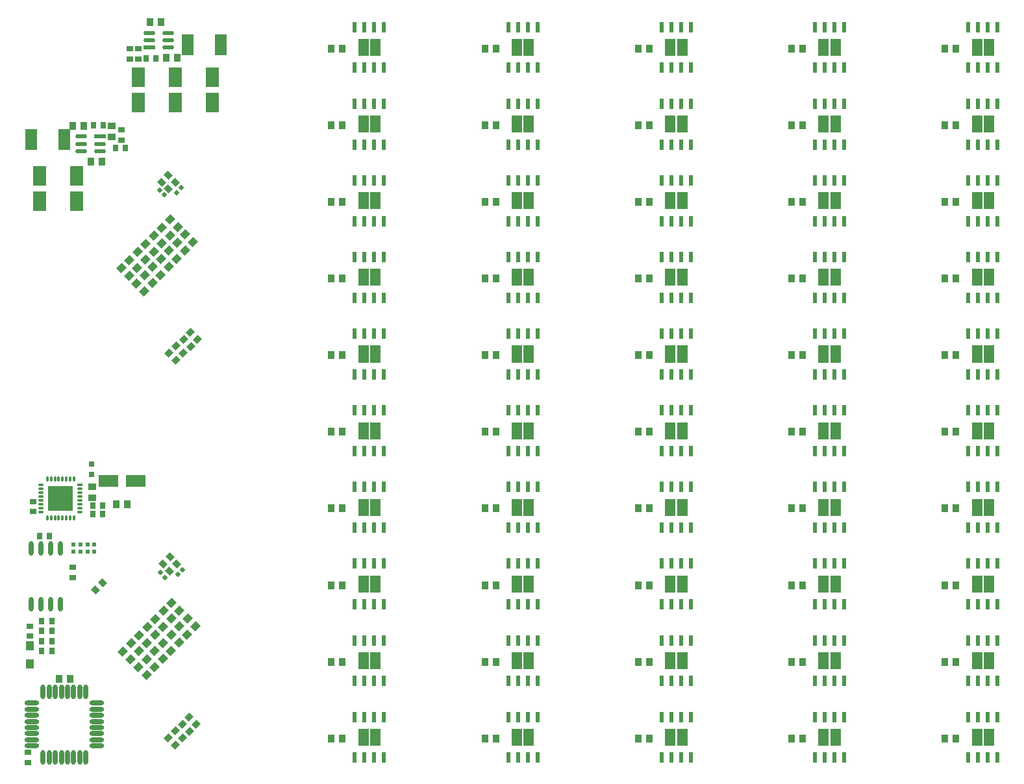
<source format=gbp>
G04*
G04 #@! TF.GenerationSoftware,Altium Limited,Altium Designer,22.10.1 (41)*
G04*
G04 Layer_Color=128*
%FSLAX25Y25*%
%MOIN*%
G70*
G04*
G04 #@! TF.SameCoordinates,C65821A1-17F7-41E3-85A7-462E8C27BB40*
G04*
G04*
G04 #@! TF.FilePolarity,Positive*
G04*
G01*
G75*
%ADD10R,0.03347X0.02953*%
%ADD16P,0.03062X4X270.0*%
G04:AMPARAMS|DCode=17|XSize=41.34mil|YSize=37.4mil|CornerRadius=0mil|HoleSize=0mil|Usage=FLASHONLY|Rotation=45.000|XOffset=0mil|YOffset=0mil|HoleType=Round|Shape=Rectangle|*
%AMROTATEDRECTD17*
4,1,4,-0.00139,-0.02784,-0.02784,-0.00139,0.00139,0.02784,0.02784,0.00139,-0.00139,-0.02784,0.0*
%
%ADD17ROTATEDRECTD17*%

G04:AMPARAMS|DCode=19|XSize=33.47mil|YSize=29.53mil|CornerRadius=0mil|HoleSize=0mil|Usage=FLASHONLY|Rotation=315.000|XOffset=0mil|YOffset=0mil|HoleType=Round|Shape=Rectangle|*
%AMROTATEDRECTD19*
4,1,4,-0.02227,0.00139,-0.00139,0.02227,0.02227,-0.00139,0.00139,-0.02227,-0.02227,0.00139,0.0*
%
%ADD19ROTATEDRECTD19*%

%ADD20R,0.04134X0.03740*%
G04:AMPARAMS|DCode=22|XSize=33.47mil|YSize=29.53mil|CornerRadius=0mil|HoleSize=0mil|Usage=FLASHONLY|Rotation=45.000|XOffset=0mil|YOffset=0mil|HoleType=Round|Shape=Rectangle|*
%AMROTATEDRECTD22*
4,1,4,-0.00139,-0.02227,-0.02227,-0.00139,0.00139,0.02227,0.02227,0.00139,-0.00139,-0.02227,0.0*
%
%ADD22ROTATEDRECTD22*%

%ADD24R,0.03740X0.04134*%
%ADD66R,0.12992X0.12992*%
G04:AMPARAMS|DCode=67|XSize=11.81mil|YSize=29.53mil|CornerRadius=5.91mil|HoleSize=0mil|Usage=FLASHONLY|Rotation=180.000|XOffset=0mil|YOffset=0mil|HoleType=Round|Shape=RoundedRectangle|*
%AMROUNDEDRECTD67*
21,1,0.01181,0.01772,0,0,180.0*
21,1,0.00000,0.02953,0,0,180.0*
1,1,0.01181,0.00000,0.00886*
1,1,0.01181,0.00000,0.00886*
1,1,0.01181,0.00000,-0.00886*
1,1,0.01181,0.00000,-0.00886*
%
%ADD67ROUNDEDRECTD67*%
G04:AMPARAMS|DCode=68|XSize=29.53mil|YSize=11.81mil|CornerRadius=5.91mil|HoleSize=0mil|Usage=FLASHONLY|Rotation=180.000|XOffset=0mil|YOffset=0mil|HoleType=Round|Shape=RoundedRectangle|*
%AMROUNDEDRECTD68*
21,1,0.02953,0.00000,0,0,180.0*
21,1,0.01772,0.01181,0,0,180.0*
1,1,0.01181,-0.00886,0.00000*
1,1,0.01181,0.00886,0.00000*
1,1,0.01181,0.00886,0.00000*
1,1,0.01181,-0.00886,0.00000*
%
%ADD68ROUNDEDRECTD68*%
%ADD69R,0.02953X0.01181*%
%ADD70R,0.07087X0.10236*%
%ADD71O,0.02362X0.07677*%
%ADD72O,0.07677X0.02362*%
%ADD73R,0.04331X0.04921*%
%ADD74R,0.02165X0.02165*%
%ADD75R,0.10236X0.06299*%
%ADD76R,0.02953X0.03347*%
%ADD77O,0.02559X0.07480*%
%ADD78P,0.03062X4X360.0*%
%ADD79R,0.05906X0.11024*%
%ADD80R,0.06062X0.02228*%
G04:AMPARAMS|DCode=81|XSize=60.62mil|YSize=22.28mil|CornerRadius=11.14mil|HoleSize=0mil|Usage=FLASHONLY|Rotation=180.000|XOffset=0mil|YOffset=0mil|HoleType=Round|Shape=RoundedRectangle|*
%AMROUNDEDRECTD81*
21,1,0.06062,0.00000,0,0,180.0*
21,1,0.03834,0.02228,0,0,180.0*
1,1,0.02228,-0.01917,0.00000*
1,1,0.02228,0.01917,0.00000*
1,1,0.02228,0.01917,0.00000*
1,1,0.02228,-0.01917,0.00000*
%
%ADD81ROUNDEDRECTD81*%
%ADD82R,0.02756X0.02756*%
%ADD83R,0.02097X0.05528*%
G36*
X185889Y172929D02*
X180577D01*
Y181642D01*
X185889D01*
Y172929D01*
D02*
G37*
G36*
X179789D02*
X174477D01*
Y181642D01*
X179789D01*
Y172929D01*
D02*
G37*
G36*
X337270Y172929D02*
X331957D01*
Y181642D01*
X337270D01*
Y172929D01*
D02*
G37*
G36*
X264630D02*
X259317D01*
Y181642D01*
X264630D01*
Y172929D01*
D02*
G37*
G36*
X258530D02*
X253217D01*
Y181642D01*
X258530D01*
Y172929D01*
D02*
G37*
G36*
X185889Y133559D02*
X180577D01*
Y142272D01*
X185889D01*
Y133559D01*
D02*
G37*
G36*
X179789D02*
X174477D01*
Y142272D01*
X179789D01*
Y133559D01*
D02*
G37*
G36*
X337270Y133559D02*
X331957D01*
Y142272D01*
X337270D01*
Y133559D01*
D02*
G37*
G36*
X264630D02*
X259317D01*
Y142272D01*
X264630D01*
Y133559D01*
D02*
G37*
G36*
X258530D02*
X253217D01*
Y142272D01*
X258530D01*
Y133559D01*
D02*
G37*
G36*
X185889Y94189D02*
X180577D01*
Y102902D01*
X185889D01*
Y94189D01*
D02*
G37*
G36*
X179789D02*
X174477D01*
Y102902D01*
X179789D01*
Y94189D01*
D02*
G37*
G36*
X337270Y94189D02*
X331957D01*
Y102902D01*
X337270D01*
Y94189D01*
D02*
G37*
G36*
X264630D02*
X259317D01*
Y102902D01*
X264630D01*
Y94189D01*
D02*
G37*
G36*
X258530D02*
X253217D01*
Y102902D01*
X258530D01*
Y94189D01*
D02*
G37*
G36*
X337270Y54819D02*
X331957D01*
Y63532D01*
X337270D01*
Y54819D01*
D02*
G37*
G36*
X185889Y54819D02*
X180577D01*
Y63532D01*
X185889D01*
Y54819D01*
D02*
G37*
G36*
X179789D02*
X174477D01*
Y63532D01*
X179789D01*
Y54819D01*
D02*
G37*
G36*
X264630Y54819D02*
X259317D01*
Y63532D01*
X264630D01*
Y54819D01*
D02*
G37*
G36*
X258530D02*
X253217D01*
Y63532D01*
X258530D01*
Y54819D01*
D02*
G37*
G36*
X185889Y15449D02*
X180577D01*
Y24161D01*
X185889D01*
Y15449D01*
D02*
G37*
G36*
X179789D02*
X174477D01*
Y24161D01*
X179789D01*
Y15449D01*
D02*
G37*
G36*
X337270Y15449D02*
X331957D01*
Y24161D01*
X337270D01*
Y15449D01*
D02*
G37*
G36*
X264630D02*
X259317D01*
Y24161D01*
X264630D01*
Y15449D01*
D02*
G37*
G36*
X258530D02*
X253217D01*
Y24161D01*
X258530D01*
Y15449D01*
D02*
G37*
G36*
X500850Y172929D02*
X495538D01*
Y181642D01*
X500850D01*
Y172929D01*
D02*
G37*
G36*
X494750D02*
X489437D01*
Y181642D01*
X494750D01*
Y172929D01*
D02*
G37*
G36*
X422110D02*
X416797D01*
Y181642D01*
X422110D01*
Y172929D01*
D02*
G37*
G36*
X416010D02*
X410697D01*
Y181642D01*
X416010D01*
Y172929D01*
D02*
G37*
G36*
X343370D02*
X338057D01*
Y181642D01*
X343370D01*
Y172929D01*
D02*
G37*
G36*
X500850Y133559D02*
X495538D01*
Y142272D01*
X500850D01*
Y133559D01*
D02*
G37*
G36*
X494750D02*
X489437D01*
Y142272D01*
X494750D01*
Y133559D01*
D02*
G37*
G36*
X422110D02*
X416797D01*
Y142272D01*
X422110D01*
Y133559D01*
D02*
G37*
G36*
X416010D02*
X410697D01*
Y142272D01*
X416010D01*
Y133559D01*
D02*
G37*
G36*
X343370D02*
X338057D01*
Y142272D01*
X343370D01*
Y133559D01*
D02*
G37*
G36*
X500850Y94189D02*
X495538D01*
Y102902D01*
X500850D01*
Y94189D01*
D02*
G37*
G36*
X494750D02*
X489437D01*
Y102902D01*
X494750D01*
Y94189D01*
D02*
G37*
G36*
X422110D02*
X416797D01*
Y102902D01*
X422110D01*
Y94189D01*
D02*
G37*
G36*
X416010D02*
X410697D01*
Y102902D01*
X416010D01*
Y94189D01*
D02*
G37*
G36*
X343370D02*
X338057D01*
Y102902D01*
X343370D01*
Y94189D01*
D02*
G37*
G36*
Y54819D02*
X338057D01*
Y63532D01*
X343370D01*
Y54819D01*
D02*
G37*
G36*
X500850Y54819D02*
X495538D01*
Y63532D01*
X500850D01*
Y54819D01*
D02*
G37*
G36*
X494750D02*
X489437D01*
Y63532D01*
X494750D01*
Y54819D01*
D02*
G37*
G36*
X422110D02*
X416797D01*
Y63532D01*
X422110D01*
Y54819D01*
D02*
G37*
G36*
X416010D02*
X410697D01*
Y63532D01*
X416010D01*
Y54819D01*
D02*
G37*
G36*
X500850Y15449D02*
X495538D01*
Y24161D01*
X500850D01*
Y15449D01*
D02*
G37*
G36*
X494750D02*
X489437D01*
Y24161D01*
X494750D01*
Y15449D01*
D02*
G37*
G36*
X422110D02*
X416797D01*
Y24161D01*
X422110D01*
Y15449D01*
D02*
G37*
G36*
X416010D02*
X410697D01*
Y24161D01*
X416010D01*
Y15449D01*
D02*
G37*
G36*
X343370D02*
X338057D01*
Y24161D01*
X343370D01*
Y15449D01*
D02*
G37*
G36*
X185889Y369780D02*
X180577D01*
Y378492D01*
X185889D01*
Y369780D01*
D02*
G37*
G36*
X179789D02*
X174477D01*
Y378492D01*
X179789D01*
Y369780D01*
D02*
G37*
G36*
X337270Y369780D02*
X331957D01*
Y378492D01*
X337270D01*
Y369780D01*
D02*
G37*
G36*
X264630D02*
X259317D01*
Y378492D01*
X264630D01*
Y369780D01*
D02*
G37*
G36*
X258530D02*
X253217D01*
Y378492D01*
X258530D01*
Y369780D01*
D02*
G37*
G36*
X185889Y330410D02*
X180577D01*
Y339122D01*
X185889D01*
Y330410D01*
D02*
G37*
G36*
X179789D02*
X174477D01*
Y339122D01*
X179789D01*
Y330410D01*
D02*
G37*
G36*
X337270Y330410D02*
X331957D01*
Y339122D01*
X337270D01*
Y330410D01*
D02*
G37*
G36*
X264630D02*
X259317D01*
Y339122D01*
X264630D01*
Y330410D01*
D02*
G37*
G36*
X258530D02*
X253217D01*
Y339122D01*
X258530D01*
Y330410D01*
D02*
G37*
G36*
X185889Y291039D02*
X180577D01*
Y299752D01*
X185889D01*
Y291039D01*
D02*
G37*
G36*
X179789D02*
X174477D01*
Y299752D01*
X179789D01*
Y291039D01*
D02*
G37*
G36*
X337270Y291039D02*
X331957D01*
Y299752D01*
X337270D01*
Y291039D01*
D02*
G37*
G36*
X264630D02*
X259317D01*
Y299752D01*
X264630D01*
Y291039D01*
D02*
G37*
G36*
X258530D02*
X253217D01*
Y299752D01*
X258530D01*
Y291039D01*
D02*
G37*
G36*
X185889Y251669D02*
X180577D01*
Y260382D01*
X185889D01*
Y251669D01*
D02*
G37*
G36*
X179789D02*
X174477D01*
Y260382D01*
X179789D01*
Y251669D01*
D02*
G37*
G36*
X337270Y251669D02*
X331957D01*
Y260382D01*
X337270D01*
Y251669D01*
D02*
G37*
G36*
X264630D02*
X259317D01*
Y260382D01*
X264630D01*
Y251669D01*
D02*
G37*
G36*
X258530D02*
X253217D01*
Y260382D01*
X258530D01*
Y251669D01*
D02*
G37*
G36*
X185889Y212299D02*
X180577D01*
Y221012D01*
X185889D01*
Y212299D01*
D02*
G37*
G36*
X179789D02*
X174477D01*
Y221012D01*
X179789D01*
Y212299D01*
D02*
G37*
G36*
X337270Y212299D02*
X331957D01*
Y221012D01*
X337270D01*
Y212299D01*
D02*
G37*
G36*
X264630D02*
X259317D01*
Y221012D01*
X264630D01*
Y212299D01*
D02*
G37*
G36*
X258530D02*
X253217D01*
Y221012D01*
X258530D01*
Y212299D01*
D02*
G37*
G36*
X500850Y369780D02*
X495538D01*
Y378492D01*
X500850D01*
Y369780D01*
D02*
G37*
G36*
X494750D02*
X489437D01*
Y378492D01*
X494750D01*
Y369780D01*
D02*
G37*
G36*
X422110D02*
X416797D01*
X416797Y378492D01*
X422110Y378492D01*
Y369780D01*
D02*
G37*
G36*
X416010D02*
X410697D01*
Y378492D01*
X416010D01*
Y369780D01*
D02*
G37*
G36*
X343370D02*
X338057D01*
Y378492D01*
X343370D01*
Y369780D01*
D02*
G37*
G36*
X500850Y330410D02*
X495538D01*
Y339122D01*
X500850D01*
Y330410D01*
D02*
G37*
G36*
X494750D02*
X489437D01*
Y339122D01*
X494750D01*
Y330410D01*
D02*
G37*
G36*
X422110D02*
X416797D01*
Y339122D01*
X422110D01*
Y330410D01*
D02*
G37*
G36*
X416010D02*
X410697D01*
Y339122D01*
X416010D01*
Y330410D01*
D02*
G37*
G36*
X343370D02*
X338057D01*
Y339122D01*
X343370D01*
Y330410D01*
D02*
G37*
G36*
X500850Y291039D02*
X495538D01*
Y299752D01*
X500850D01*
Y291039D01*
D02*
G37*
G36*
X494750D02*
X489437D01*
Y299752D01*
X494750D01*
Y291039D01*
D02*
G37*
G36*
X422110D02*
X416797D01*
Y299752D01*
X422110D01*
Y291039D01*
D02*
G37*
G36*
X416010D02*
X410697D01*
Y299752D01*
X416010D01*
Y291039D01*
D02*
G37*
G36*
X343370D02*
X338057D01*
Y299752D01*
X343370D01*
Y291039D01*
D02*
G37*
G36*
X500850Y251669D02*
X495538D01*
Y260382D01*
X500850D01*
Y251669D01*
D02*
G37*
G36*
X494750D02*
X489437D01*
Y260382D01*
X494750D01*
Y251669D01*
D02*
G37*
G36*
X422110D02*
X416797D01*
Y260382D01*
X422110D01*
Y251669D01*
D02*
G37*
G36*
X416010D02*
X410697D01*
Y260382D01*
X416010D01*
Y251669D01*
D02*
G37*
G36*
X343370D02*
X338057D01*
Y260382D01*
X343370D01*
Y251669D01*
D02*
G37*
G36*
X500850Y212299D02*
X495538D01*
Y221012D01*
X500850D01*
Y212299D01*
D02*
G37*
G36*
X494750D02*
X489437D01*
Y221012D01*
X494750D01*
Y212299D01*
D02*
G37*
G36*
X422110D02*
X416797D01*
Y221012D01*
X422110D01*
Y212299D01*
D02*
G37*
G36*
X416010D02*
X410697D01*
Y221012D01*
X416010D01*
Y212299D01*
D02*
G37*
G36*
X343370D02*
X338057D01*
Y221012D01*
X343370D01*
Y212299D01*
D02*
G37*
D10*
X5906Y71850D02*
D03*
Y76968D02*
D03*
X27953Y101969D02*
D03*
Y107087D02*
D03*
X52756Y326575D02*
D03*
Y331693D02*
D03*
X7677Y140945D02*
D03*
Y135827D02*
D03*
X4724Y6890D02*
D03*
Y12008D02*
D03*
X61417Y368307D02*
D03*
Y373425D02*
D03*
X57087Y368307D02*
D03*
Y373425D02*
D03*
D16*
X72369Y300859D02*
D03*
X74875Y298354D02*
D03*
X72763Y104402D02*
D03*
X75269Y101897D02*
D03*
D17*
X65714Y51751D02*
D03*
X61677Y55787D02*
D03*
X69890Y55927D02*
D03*
X65853Y59963D02*
D03*
X74066Y60102D02*
D03*
X70029Y64139D02*
D03*
X78241Y64278D02*
D03*
X74205Y68315D02*
D03*
X82417Y68454D02*
D03*
X78381Y72491D02*
D03*
X86593Y72630D02*
D03*
X82556Y76667D02*
D03*
X90769Y76806D02*
D03*
X86732Y80842D02*
D03*
X78659Y88916D02*
D03*
X82696Y84879D02*
D03*
X74483Y84740D02*
D03*
X78520Y80703D02*
D03*
X70307Y80564D02*
D03*
X74344Y76527D02*
D03*
X66132Y76388D02*
D03*
X70168Y72352D02*
D03*
X61956Y72212D02*
D03*
X65992Y68176D02*
D03*
X57780Y68037D02*
D03*
X61817Y64000D02*
D03*
X53604Y63861D02*
D03*
X57641Y59824D02*
D03*
X64578Y248949D02*
D03*
X60542Y252986D02*
D03*
X68754Y253125D02*
D03*
X64718Y257162D02*
D03*
X72930Y257301D02*
D03*
X68893Y261337D02*
D03*
X77106Y261477D02*
D03*
X73069Y265513D02*
D03*
X81282Y265652D02*
D03*
X77245Y269689D02*
D03*
X85458Y269828D02*
D03*
X81421Y273865D02*
D03*
X89634Y274004D02*
D03*
X85597Y278041D02*
D03*
X77872Y285766D02*
D03*
X81908Y281729D02*
D03*
X73696Y281590D02*
D03*
X77732Y277554D02*
D03*
X69520Y277414D02*
D03*
X73557Y273378D02*
D03*
X65344Y273239D02*
D03*
X69381Y269202D02*
D03*
X61168Y269063D02*
D03*
X65205Y265026D02*
D03*
X56992Y264887D02*
D03*
X61029Y260850D02*
D03*
X52817Y260711D02*
D03*
X56853Y256675D02*
D03*
D19*
X43281Y99087D02*
D03*
X39661Y95468D02*
D03*
X73387Y304883D02*
D03*
X77006Y308502D02*
D03*
X76931Y301340D02*
D03*
X80550Y304959D02*
D03*
X77559Y105118D02*
D03*
X81178Y108737D02*
D03*
X74175Y108820D02*
D03*
X77794Y112440D02*
D03*
D20*
X48031Y328248D02*
D03*
X48031Y333957D02*
D03*
X37992Y148524D02*
D03*
X37992Y142815D02*
D03*
D22*
X80943Y213545D02*
D03*
X77324Y217164D02*
D03*
X91967Y224175D02*
D03*
X88348Y227794D02*
D03*
X84487Y217088D02*
D03*
X80868Y220707D02*
D03*
X88424Y220631D02*
D03*
X84805Y224251D02*
D03*
X80550Y15907D02*
D03*
X76931Y19526D02*
D03*
X84093Y19450D02*
D03*
X80474Y23069D02*
D03*
X87750Y22882D02*
D03*
X84131Y26501D02*
D03*
X91180Y26537D02*
D03*
X87561Y30156D02*
D03*
D24*
X55807Y139370D02*
D03*
X50098D02*
D03*
X27953Y333858D02*
D03*
X33661D02*
D03*
X43012Y315354D02*
D03*
X37303D02*
D03*
X26457Y49953D02*
D03*
X20748Y49953D02*
D03*
X73327Y387008D02*
D03*
X67618D02*
D03*
X81595Y368898D02*
D03*
X75886D02*
D03*
X166364Y19246D02*
D03*
X160656D02*
D03*
X245105Y19246D02*
D03*
X239396D02*
D03*
X323845D02*
D03*
X318136D02*
D03*
X396876D02*
D03*
X402585D02*
D03*
X481325D02*
D03*
X475616D02*
D03*
X166364Y58616D02*
D03*
X160656D02*
D03*
X245105Y58616D02*
D03*
X239396D02*
D03*
X318136Y58616D02*
D03*
X323845D02*
D03*
X402585Y58616D02*
D03*
X396876D02*
D03*
X481325D02*
D03*
X475616D02*
D03*
X166364Y97986D02*
D03*
X160656D02*
D03*
X245105Y97986D02*
D03*
X239396D02*
D03*
X323845D02*
D03*
X318136D02*
D03*
X402585D02*
D03*
X396876D02*
D03*
X481325D02*
D03*
X475616D02*
D03*
X166364Y137356D02*
D03*
X160656D02*
D03*
X245105Y137356D02*
D03*
X239396D02*
D03*
X323845D02*
D03*
X318136D02*
D03*
X402585D02*
D03*
X396876D02*
D03*
X481325D02*
D03*
X475616D02*
D03*
X166364Y176726D02*
D03*
X160656D02*
D03*
X245105Y176726D02*
D03*
X239396D02*
D03*
X318136D02*
D03*
X323845D02*
D03*
X396876D02*
D03*
X402585D02*
D03*
X475616D02*
D03*
X481325D02*
D03*
X166364Y216096D02*
D03*
X160656D02*
D03*
X245105Y216096D02*
D03*
X239396D02*
D03*
X323845D02*
D03*
X318136D02*
D03*
X402585D02*
D03*
X396876D02*
D03*
X481325D02*
D03*
X475616D02*
D03*
X166364Y255466D02*
D03*
X160656D02*
D03*
X245104Y255466D02*
D03*
X239396D02*
D03*
X323845D02*
D03*
X318136D02*
D03*
X402585D02*
D03*
X396876D02*
D03*
X481325D02*
D03*
X475616D02*
D03*
X160656Y294836D02*
D03*
X166364D02*
D03*
X239396Y294836D02*
D03*
X245105D02*
D03*
X318136D02*
D03*
X323845D02*
D03*
X396876D02*
D03*
X402585D02*
D03*
X475616D02*
D03*
X481325D02*
D03*
X166364Y334206D02*
D03*
X160656D02*
D03*
X239396Y334206D02*
D03*
X245105D02*
D03*
X323845D02*
D03*
X318136D02*
D03*
X402585D02*
D03*
X396876D02*
D03*
X481325D02*
D03*
X475616D02*
D03*
X166364Y373576D02*
D03*
X160656D02*
D03*
X245105Y373576D02*
D03*
X239396D02*
D03*
X323845D02*
D03*
X318136D02*
D03*
X396876D02*
D03*
X402585D02*
D03*
X481325D02*
D03*
X475616D02*
D03*
D66*
X21654Y142520D02*
D03*
D67*
X28543Y152559D02*
D03*
X26575D02*
D03*
X24606Y152559D02*
D03*
X22638Y152559D02*
D03*
X20669D02*
D03*
X18701Y152559D02*
D03*
X16732Y152559D02*
D03*
X14764D02*
D03*
Y132480D02*
D03*
X16732Y132480D02*
D03*
X18701D02*
D03*
X20669Y132480D02*
D03*
X22638D02*
D03*
X24606Y132480D02*
D03*
X26575D02*
D03*
X28543D02*
D03*
D68*
X11614Y149409D02*
D03*
Y147441D02*
D03*
X11614Y145472D02*
D03*
Y143504D02*
D03*
Y141535D02*
D03*
Y139567D02*
D03*
Y137598D02*
D03*
Y135630D02*
D03*
X31693Y135630D02*
D03*
Y137598D02*
D03*
X31693Y139567D02*
D03*
X31693Y141535D02*
D03*
Y143504D02*
D03*
Y145472D02*
D03*
X31693Y147441D02*
D03*
D69*
Y149409D02*
D03*
D70*
X61614Y345866D02*
D03*
X61614Y358858D02*
D03*
X80512Y345866D02*
D03*
X80512Y358858D02*
D03*
X99409Y345866D02*
D03*
X99409Y358858D02*
D03*
X11024Y295276D02*
D03*
X11024Y308268D02*
D03*
X29921Y295276D02*
D03*
X29921Y308268D02*
D03*
D71*
X34646Y9646D02*
D03*
X31496Y9646D02*
D03*
X28346D02*
D03*
X25197Y9646D02*
D03*
X22047Y9646D02*
D03*
X18898Y9646D02*
D03*
X15748D02*
D03*
X12598D02*
D03*
X12598Y43110D02*
D03*
X15748D02*
D03*
X18898D02*
D03*
X22047Y43110D02*
D03*
X25197D02*
D03*
X28346D02*
D03*
X31496Y43110D02*
D03*
X34646D02*
D03*
D72*
X6890Y15354D02*
D03*
Y18504D02*
D03*
Y21654D02*
D03*
Y24803D02*
D03*
Y27953D02*
D03*
X6890Y31102D02*
D03*
X6890Y34252D02*
D03*
Y37402D02*
D03*
X40354Y37402D02*
D03*
Y34252D02*
D03*
Y31102D02*
D03*
Y27953D02*
D03*
Y24803D02*
D03*
Y21654D02*
D03*
Y18504D02*
D03*
Y15354D02*
D03*
D73*
X5906Y57579D02*
D03*
Y66831D02*
D03*
D74*
X38976Y115157D02*
D03*
Y118701D02*
D03*
X28346Y115157D02*
D03*
Y118701D02*
D03*
X31890Y115157D02*
D03*
Y118701D02*
D03*
X35433Y115157D02*
D03*
Y118701D02*
D03*
D75*
X46063Y151575D02*
D03*
X60236D02*
D03*
D76*
X12008Y79528D02*
D03*
X17126D02*
D03*
X12008Y69291D02*
D03*
X17126D02*
D03*
X12008Y74410D02*
D03*
X17126D02*
D03*
X12008Y64173D02*
D03*
X17126D02*
D03*
X49803Y322441D02*
D03*
X54921D02*
D03*
X43504Y334252D02*
D03*
X38386D02*
D03*
X10827Y123031D02*
D03*
X15945D02*
D03*
X43307Y138976D02*
D03*
X38189Y138976D02*
D03*
X43307Y134646D02*
D03*
X38189D02*
D03*
X70669Y368504D02*
D03*
X65551D02*
D03*
D77*
X21673Y88189D02*
D03*
X16673D02*
D03*
X11673D02*
D03*
X6673D02*
D03*
X21673Y116929D02*
D03*
X16673D02*
D03*
X11673D02*
D03*
X6673D02*
D03*
D78*
X83608Y302112D02*
D03*
X81102Y299606D02*
D03*
X84324Y105977D02*
D03*
X81818Y103472D02*
D03*
D79*
X6496Y326772D02*
D03*
X23425D02*
D03*
X86811Y375591D02*
D03*
X103740D02*
D03*
D80*
X41854Y328346D02*
D03*
X67323Y374016D02*
D03*
D81*
X41854Y324606D02*
D03*
Y320866D02*
D03*
X32283D02*
D03*
Y324606D02*
D03*
Y328346D02*
D03*
X76894Y374016D02*
D03*
Y377756D02*
D03*
Y381496D02*
D03*
X67323Y381496D02*
D03*
Y377756D02*
D03*
D82*
X37598Y160236D02*
D03*
Y154724D02*
D03*
D83*
X187683Y9341D02*
D03*
X182683D02*
D03*
X177683D02*
D03*
X172683D02*
D03*
Y30269D02*
D03*
X177683D02*
D03*
X182683D02*
D03*
X187683D02*
D03*
X266423Y9341D02*
D03*
X261423D02*
D03*
X256423D02*
D03*
X251423D02*
D03*
Y30269D02*
D03*
X256423D02*
D03*
X261423D02*
D03*
X266423D02*
D03*
X345163Y9341D02*
D03*
X340163D02*
D03*
X335163D02*
D03*
X330164D02*
D03*
Y30269D02*
D03*
X335163D02*
D03*
X340163D02*
D03*
X345163D02*
D03*
X423904D02*
D03*
X418904D02*
D03*
X413904D02*
D03*
X408904D02*
D03*
Y9341D02*
D03*
X413904D02*
D03*
X418904D02*
D03*
X423904D02*
D03*
X502644D02*
D03*
X497644D02*
D03*
X492644D02*
D03*
X487644D02*
D03*
Y30269D02*
D03*
X492644D02*
D03*
X497644D02*
D03*
X502644D02*
D03*
X187683Y48711D02*
D03*
X182683D02*
D03*
X177683D02*
D03*
X172683D02*
D03*
Y69639D02*
D03*
X177683D02*
D03*
X182683D02*
D03*
X187683D02*
D03*
X266423Y48711D02*
D03*
X261423D02*
D03*
X256423D02*
D03*
X251423D02*
D03*
Y69639D02*
D03*
X256423D02*
D03*
X261423D02*
D03*
X266423D02*
D03*
X345163Y69639D02*
D03*
X340163D02*
D03*
X335163D02*
D03*
X330164D02*
D03*
Y48711D02*
D03*
X335163D02*
D03*
X340163D02*
D03*
X345163D02*
D03*
X423904Y48711D02*
D03*
X418904D02*
D03*
X413904D02*
D03*
X408904D02*
D03*
Y69639D02*
D03*
X413904D02*
D03*
X418904D02*
D03*
X423904D02*
D03*
X502644Y48711D02*
D03*
X497644D02*
D03*
X492644D02*
D03*
X487644D02*
D03*
Y69639D02*
D03*
X492644D02*
D03*
X497644D02*
D03*
X502644D02*
D03*
X187683Y88081D02*
D03*
X182683D02*
D03*
X177683D02*
D03*
X172683D02*
D03*
Y109009D02*
D03*
X177683D02*
D03*
X182683D02*
D03*
X187683D02*
D03*
X266423Y88081D02*
D03*
X261423D02*
D03*
X256423D02*
D03*
X251423D02*
D03*
Y109009D02*
D03*
X256423D02*
D03*
X261423D02*
D03*
X266423D02*
D03*
X345163Y88081D02*
D03*
X340163D02*
D03*
X335163D02*
D03*
X330164D02*
D03*
Y109009D02*
D03*
X335163D02*
D03*
X340163D02*
D03*
X345163D02*
D03*
X423904Y88081D02*
D03*
X418904D02*
D03*
X413904D02*
D03*
X408904D02*
D03*
Y109009D02*
D03*
X413904D02*
D03*
X418904D02*
D03*
X423904D02*
D03*
X502644Y88081D02*
D03*
X497644D02*
D03*
X492644D02*
D03*
X487644D02*
D03*
Y109009D02*
D03*
X492644D02*
D03*
X497644D02*
D03*
X502644D02*
D03*
X187683Y127452D02*
D03*
X182683D02*
D03*
X177683D02*
D03*
X172683D02*
D03*
Y148380D02*
D03*
X177683D02*
D03*
X182683D02*
D03*
X187683D02*
D03*
X266423Y127452D02*
D03*
X261423D02*
D03*
X256423D02*
D03*
X251423D02*
D03*
Y148379D02*
D03*
X256423D02*
D03*
X261423D02*
D03*
X266423D02*
D03*
X345163Y127452D02*
D03*
X340163D02*
D03*
X335163D02*
D03*
X330164D02*
D03*
Y148379D02*
D03*
X335163D02*
D03*
X340163D02*
D03*
X345163D02*
D03*
X423904Y127452D02*
D03*
X418904D02*
D03*
X413904D02*
D03*
X408904D02*
D03*
Y148379D02*
D03*
X413904D02*
D03*
X418904D02*
D03*
X423904D02*
D03*
X502644Y127452D02*
D03*
X497644D02*
D03*
X492644D02*
D03*
X487644D02*
D03*
Y148379D02*
D03*
X492644D02*
D03*
X497644D02*
D03*
X502644D02*
D03*
X187683Y166822D02*
D03*
X182683D02*
D03*
X177683D02*
D03*
X172683D02*
D03*
Y187750D02*
D03*
X177683D02*
D03*
X182683D02*
D03*
X187683D02*
D03*
X266423Y166822D02*
D03*
X261423D02*
D03*
X256423D02*
D03*
X251423D02*
D03*
Y187750D02*
D03*
X256423D02*
D03*
X261423D02*
D03*
X266423D02*
D03*
X345163D02*
D03*
X340163D02*
D03*
X335163D02*
D03*
X330164D02*
D03*
Y166822D02*
D03*
X335163D02*
D03*
X340163D02*
D03*
X345163D02*
D03*
X423904Y187750D02*
D03*
X418904D02*
D03*
X413904D02*
D03*
X408904D02*
D03*
Y166822D02*
D03*
X413904D02*
D03*
X418904D02*
D03*
X423904D02*
D03*
X502644Y187750D02*
D03*
X497644D02*
D03*
X492644D02*
D03*
X487644D02*
D03*
Y166822D02*
D03*
X492644D02*
D03*
X497644D02*
D03*
X502644D02*
D03*
X187683Y206192D02*
D03*
X182683D02*
D03*
X177683D02*
D03*
X172683D02*
D03*
Y227120D02*
D03*
X177683D02*
D03*
X182683D02*
D03*
X187683D02*
D03*
X266423Y206192D02*
D03*
X261423D02*
D03*
X256423D02*
D03*
X251423D02*
D03*
Y227120D02*
D03*
X256423D02*
D03*
X261423D02*
D03*
X266423D02*
D03*
X345163Y206192D02*
D03*
X340163D02*
D03*
X335163D02*
D03*
X330164D02*
D03*
Y227120D02*
D03*
X335163D02*
D03*
X340163D02*
D03*
X345163D02*
D03*
X423904Y206192D02*
D03*
X418904D02*
D03*
X413904D02*
D03*
X408904D02*
D03*
Y227120D02*
D03*
X413904D02*
D03*
X418904D02*
D03*
X423904D02*
D03*
X502644Y206192D02*
D03*
X497644D02*
D03*
X492644D02*
D03*
X487644D02*
D03*
Y227120D02*
D03*
X492644D02*
D03*
X497644D02*
D03*
X502644D02*
D03*
X187683Y245562D02*
D03*
X182683D02*
D03*
X177683D02*
D03*
X172683D02*
D03*
Y266490D02*
D03*
X177683D02*
D03*
X182683D02*
D03*
X187683D02*
D03*
X266423Y245562D02*
D03*
X261423D02*
D03*
X256423D02*
D03*
X251423D02*
D03*
Y266490D02*
D03*
X256423D02*
D03*
X261423D02*
D03*
X266423D02*
D03*
X345163Y245562D02*
D03*
X340163D02*
D03*
X335163D02*
D03*
X330164D02*
D03*
Y266490D02*
D03*
X335163D02*
D03*
X340163D02*
D03*
X345163D02*
D03*
X423904Y245562D02*
D03*
X418904D02*
D03*
X413904D02*
D03*
X408904D02*
D03*
Y266490D02*
D03*
X413904D02*
D03*
X418904D02*
D03*
X423904D02*
D03*
X502644Y245562D02*
D03*
X497644D02*
D03*
X492644D02*
D03*
X487644D02*
D03*
Y266490D02*
D03*
X492644D02*
D03*
X497644D02*
D03*
X502644D02*
D03*
X187683Y305860D02*
D03*
X182683D02*
D03*
X177683D02*
D03*
X172683D02*
D03*
Y284932D02*
D03*
X177683D02*
D03*
X182683D02*
D03*
X187683D02*
D03*
X266423Y305860D02*
D03*
X261423D02*
D03*
X256423D02*
D03*
X251423D02*
D03*
Y284932D02*
D03*
X256423D02*
D03*
X261423D02*
D03*
X266423D02*
D03*
X345163Y305860D02*
D03*
X340163D02*
D03*
X335163D02*
D03*
X330164D02*
D03*
Y284932D02*
D03*
X335163D02*
D03*
X340163D02*
D03*
X345163D02*
D03*
X423904Y305860D02*
D03*
X418904D02*
D03*
X413904D02*
D03*
X408904D02*
D03*
Y284932D02*
D03*
X413904D02*
D03*
X418904D02*
D03*
X423904D02*
D03*
X502644Y305860D02*
D03*
X497644D02*
D03*
X492644D02*
D03*
X487644D02*
D03*
Y284932D02*
D03*
X492644D02*
D03*
X497644D02*
D03*
X502644D02*
D03*
X187683Y324302D02*
D03*
X182683D02*
D03*
X177683D02*
D03*
X172683D02*
D03*
Y345230D02*
D03*
X177683D02*
D03*
X182683D02*
D03*
X187683D02*
D03*
X266423Y345230D02*
D03*
X261423D02*
D03*
X256423D02*
D03*
X251423D02*
D03*
Y324302D02*
D03*
X256423D02*
D03*
X261423D02*
D03*
X266423D02*
D03*
X345163D02*
D03*
X340163D02*
D03*
X335163D02*
D03*
X330164D02*
D03*
Y345230D02*
D03*
X335163D02*
D03*
X340163D02*
D03*
X345163D02*
D03*
X423904Y324302D02*
D03*
X418904D02*
D03*
X413904D02*
D03*
X408904D02*
D03*
Y345230D02*
D03*
X413904D02*
D03*
X418904D02*
D03*
X423904D02*
D03*
X502644Y324302D02*
D03*
X497644D02*
D03*
X492644D02*
D03*
X487644D02*
D03*
Y345230D02*
D03*
X492644D02*
D03*
X497644D02*
D03*
X502644D02*
D03*
X187683Y363672D02*
D03*
X182683D02*
D03*
X177683D02*
D03*
X172683D02*
D03*
Y384600D02*
D03*
X177683D02*
D03*
X182683D02*
D03*
X187683D02*
D03*
X266423Y363672D02*
D03*
X261423D02*
D03*
X256423D02*
D03*
X251423D02*
D03*
Y384600D02*
D03*
X256423D02*
D03*
X261423D02*
D03*
X266423D02*
D03*
X345163D02*
D03*
X340163D02*
D03*
X335163D02*
D03*
X330164D02*
D03*
Y363672D02*
D03*
X335163D02*
D03*
X340163D02*
D03*
X345163D02*
D03*
X423904Y384600D02*
D03*
X418904D02*
D03*
X413904Y384600D02*
D03*
X408904Y384600D02*
D03*
Y363672D02*
D03*
X413904D02*
D03*
X418904D02*
D03*
X423904D02*
D03*
X502644D02*
D03*
X497644D02*
D03*
X492644D02*
D03*
X487644D02*
D03*
Y384600D02*
D03*
X492644D02*
D03*
X497644D02*
D03*
X502644D02*
D03*
M02*

</source>
